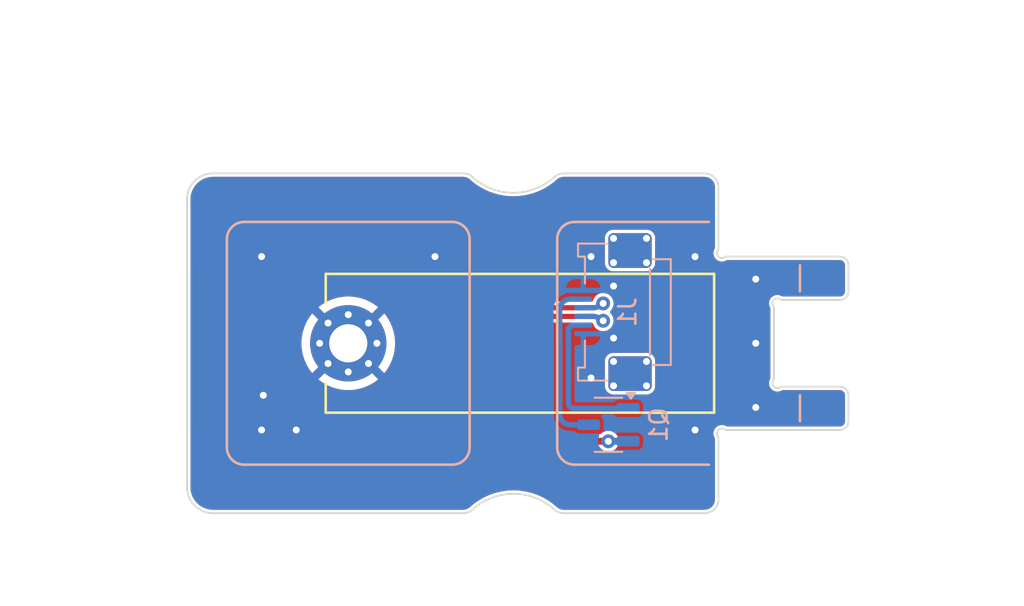
<source format=kicad_pcb>
(kicad_pcb (version 20240108) (generator "pcbnew") (generator_version "8.0")
  (title_block (title "Marten 22 OLED Module") (date "2024-10-06") (rev "1"))
  (layers (0 "F.Cu" signal) (31 "B.Cu" signal) (34 "B.Paste" user) (35 "F.Paste" user) (36 "B.SilkS" user "B.Silkscreen") (37 "F.SilkS" user "F.Silkscreen") (38 "B.Mask" user) (39 "F.Mask" user) (44 "Edge.Cuts" user))
  (net 0 "")
  (net 1 "GND")
  (net 2 "VDD")
  (net 3 "/SCL")
  (net 4 "/SDA")
  (net 5 "/EN")
  (net 6 "Net-(Q1-S)")
  (footprint "MountingHole:MountingHole_2.2mm_M2_Pad_Via" (layer "F.Cu") (at 100 100)
    (property "Reference" "H1" (hide yes))
    (property "Value" "MountingHole")
    (pad "1" thru_hole circle (at -1.65 0) (size 0.7 0.7) (drill 0.4) (layers "*.Cu" "*.Mask") (net 1 "GND"))
    (pad "1" thru_hole circle (at -1.166726 -1.166726) (size 0.7 0.7) (drill 0.4) (layers "*.Cu" "*.Mask") (net 1 "GND"))
    (pad "1" thru_hole circle (at -1.166726 1.166726) (size 0.7 0.7) (drill 0.4) (layers "*.Cu" "*.Mask") (net 1 "GND"))
    (pad "1" thru_hole circle (at 0 -1.65) (size 0.7 0.7) (drill 0.4) (layers "*.Cu" "*.Mask") (net 1 "GND"))
    (pad "1" thru_hole circle (at 0 0) (size 4.4 4.4) (drill 2.2) (layers "*.Cu" "*.Mask") (net 1 "GND"))
    (pad "1" thru_hole circle (at 0 1.65) (size 0.7 0.7) (drill 0.4) (layers "*.Cu" "*.Mask") (net 1 "GND"))
    (pad "1" thru_hole circle (at 1.166726 -1.166726) (size 0.7 0.7) (drill 0.4) (layers "*.Cu" "*.Mask") (net 1 "GND"))
    (pad "1" thru_hole circle (at 1.166726 1.166726) (size 0.7 0.7) (drill 0.4) (layers "*.Cu" "*.Mask") (net 1 "GND"))
    (pad "1" thru_hole circle (at 1.65 0) (size 0.7 0.7) (drill 0.4) (layers "*.Cu" "*.Mask") (net 1 "GND"))
  )
  (footprint "keyboard:SSD1306_Pogo_Pin" (layer "F.Cu") (at 92.35 100)
    (property "Reference" "U1" (hide yes))
    (property "Value" "SSD1306")
    (pad "1" smd circle (at -0.23 3.81) (size 2.08 2.08) (layers "F.Cu" "F.Paste" "F.Mask") (net 1 "GND"))
    (pad "2" smd circle (at -0.23 1.27) (size 2.08 2.08) (layers "F.Cu" "F.Paste" "F.Mask") (net 6 "Net-(Q1-S)"))
    (pad "3" smd circle (at -0.23 -1.27) (size 2.08 2.08) (layers "F.Cu" "F.Paste" "F.Mask") (net 3 "/SCL"))
    (pad "4" smd circle (at -0.23 -3.81) (size 2.08 2.08) (layers "F.Cu" "F.Paste" "F.Mask") (net 4 "/SDA"))
  )
  (footprint "Package_TO_SOT_SMD:SOT-23-3" (layer "B.Cu") (at 115 104.7 180)
    (property "Reference" "Q1" (at -2.9 0 90) (layer "B.SilkS") (effects (justify mirror)))
    (property "Value" "AO3413")
    (fp_line (start 0.8 1.56) (end 0 1.56) (stroke (width 0.12)) (layer "B.SilkS"))
    (fp_line (start 0.8 -1.56) (end 0 -1.56) (stroke (width 0.12)) (layer "B.SilkS"))
    (fp_line (start -0.8 1.56) (end 0 1.56) (stroke (width 0.12)) (layer "B.SilkS"))
    (fp_line (start -0.8 -1.56) (end 0 -1.56) (stroke (width 0.12)) (layer "B.SilkS"))
    (fp_poly (pts (xy -1.3 1.51) (xy -1.54 1.84) (xy -1.06 1.84) (xy -1.3 1.51)) (stroke (width 0.12)) (fill solid) (layer "B.SilkS"))
    (pad "1" smd roundrect (at -1.1375 0.95 180) (size 1.325 0.6) (layers "B.Cu" "B.Paste" "B.Mask") (net 5 "/EN"))
    (pad "2" smd roundrect (at -1.1375 -0.95 180) (size 1.325 0.6) (layers "B.Cu" "B.Paste" "B.Mask") (net 6 "Net-(Q1-S)"))
    (pad "3" smd roundrect (at 1.1375 0 180) (size 1.325 0.6) (layers "B.Cu" "B.Paste" "B.Mask") (net 2 "VDD"))
  )
  (footprint "keyboard:Molex_5051100692_1x06_P0.5mm_Anchor_2" (layer "B.Cu") (at 115.55 98.2 -90)
    (property "Reference" "J1" (at 0 -0.55 -90) (layer "B.SilkS") (effects (justify mirror)))
    (property "Value" "Molex-50511")
    (fp_line (start -3.2 2.3) (end -3.95 2.3) (stroke (width 0.12)) (layer "B.SilkS"))
    (fp_line (start 3.2 2.3) (end 3.95 2.3) (stroke (width 0.12)) (layer "B.SilkS"))
    (fp_line (start -3.2 1.9) (end -3.2 2.3) (stroke (width 0.12)) (layer "B.SilkS"))
    (fp_line (start -1.65 1.9) (end -3.2 1.9) (stroke (width 0.12)) (layer "B.SilkS"))
    (fp_line (start 1.65 1.9) (end 3.2 1.9) (stroke (width 0.12)) (layer "B.SilkS"))
    (fp_line (start 3.2 1.9) (end 3.2 2.3) (stroke (width 0.12)) (layer "B.SilkS"))
    (fp_line (start -3.95 0.6) (end -3.95 2.3) (stroke (width 0.12)) (layer "B.SilkS"))
    (fp_line (start 3.95 0.6) (end 3.95 2.3) (stroke (width 0.12)) (layer "B.SilkS"))
    (fp_line (start 2.5 -1.85) (end -2.5 -1.85) (stroke (width 0.12)) (layer "B.SilkS"))
    (fp_line (start -3.05 -2) (end -3.05 -3.05) (stroke (width 0.12)) (layer "B.SilkS"))
    (fp_line (start 3.05 -2) (end 3.05 -3.05) (stroke (width 0.12)) (layer "B.SilkS"))
    (fp_line (start -3.05 -3.05) (end 3.05 -3.05) (stroke (width 0.12)) (layer "B.SilkS"))
    (pad "1" smd roundrect (at -1.25 2 270) (size 0.3 1) (layers "B.Cu" "B.Paste" "B.Mask") (net 1 "GND"))
    (pad "2" smd roundrect (at -0.75 2 270) (size 0.3 1) (layers "B.Cu" "B.Paste" "B.Mask") (net 2 "VDD"))
    (pad "3" smd roundrect (at -0.25 2 270) (size 0.3 1) (layers "B.Cu" "B.Paste" "B.Mask") (net 4 "/SDA"))
    (pad "4" smd roundrect (at 0.25 2 270) (size 0.3 1) (layers "B.Cu" "B.Paste" "B.Mask") (net 3 "/SCL"))
    (pad "5" smd roundrect (at 0.75 2 270) (size 0.3 1) (layers "B.Cu" "B.Paste" "B.Mask") (net 5 "/EN"))
    (pad "6" smd roundrect (at 1.25 2 270) (size 0.3 1) (layers "B.Cu" "B.Paste" "B.Mask") (net 1 "GND"))
    (pad "MP" thru_hole circle (at -4.25 -1.65 270) (size 0.6 0.6) (drill 0.4) (layers "*.Cu"))
    (pad "MP" thru_hole circle (at -4.25 0.25 270) (size 0.6 0.6) (drill 0.4) (layers "*.Cu"))
    (pad "MP" smd roundrect (at -3.55 -0.7 270) (size 2 2.5) (layers "F.Cu") (roundrect_rratio 0.15))
    (pad "MP" smd roundrect (at -3.55 -0.7 270) (size 2 2.5) (layers "B.Cu") (roundrect_rratio 0.15))
    (pad "MP" thru_hole circle (at -2.85 -1.65 270) (size 0.6 0.6) (drill 0.4) (layers "*.Cu"))
    (pad "MP" thru_hole circle (at -2.85 0.25 270) (size 0.6 0.6) (drill 0.4) (layers "*.Cu"))
    (pad "MP" thru_hole circle (at 2.85 -1.65 270) (size 0.6 0.6) (drill 0.4) (layers "*.Cu"))
    (pad "MP" thru_hole circle (at 2.85 0.25 270) (size 0.6 0.6) (drill 0.4) (layers "*.Cu"))
    (pad "MP" smd roundrect (at 3.55 -0.7 270) (size 2 2.5) (layers "F.Cu") (roundrect_rratio 0.15))
    (pad "MP" smd roundrect (at 3.55 -0.7 270) (size 2 2.5) (layers "B.Cu") (roundrect_rratio 0.15))
    (pad "MP" thru_hole circle (at 4.25 -1.65 270) (size 0.6 0.6) (drill 0.4) (layers "*.Cu"))
    (pad "MP" thru_hole circle (at 4.25 0.25 270) (size 0.6 0.6) (drill 0.4) (layers "*.Cu"))
  )
  (gr_line (start 112.05 94) (end 112.05 106) (stroke (width 0.15)) (layer "B.SilkS"))
  (gr_line (start 107 94) (end 107 106) (stroke (width 0.15)) (layer "B.SilkS"))
  (gr_arc (start 107 106) (mid 106.707107 106.707107) (end 106 107) (stroke (width 0.15)) (layer "B.SilkS"))
  (gr_line (start 94 107) (end 106 107) (stroke (width 0.15)) (layer "B.SilkS"))
  (gr_arc (start 94 107) (mid 93.292893 106.707107) (end 93 106) (stroke (width 0.15)) (layer "B.SilkS"))
  (gr_line (start 93 94) (end 93 106) (stroke (width 0.15)) (layer "B.SilkS"))
  (gr_line (start 120.8 93) (end 113.05 93) (stroke (width 0.15)) (layer "B.SilkS"))
  (gr_arc (start 112.05 94) (mid 112.342893 93.292893) (end 113.05 93) (stroke (width 0.15)) (layer "B.SilkS"))
  (gr_arc (start 106 93) (mid 106.707107 93.292893) (end 107 94) (stroke (width 0.15)) (layer "B.SilkS"))
  (gr_line (start 126.05 95.5) (end 126.05 97) (stroke (width 0.15)) (layer "B.SilkS"))
  (gr_arc (start 113.05 107) (mid 112.342893 106.707107) (end 112.05 106) (stroke (width 0.15)) (layer "B.SilkS"))
  (gr_arc (start 93 94) (mid 93.292893 93.292893) (end 94 93) (stroke (width 0.15)) (layer "B.SilkS"))
  (gr_line (start 126.05 103) (end 126.05 104.5) (stroke (width 0.15)) (layer "B.SilkS"))
  (gr_line (start 120.8 107) (end 113.05 107) (stroke (width 0.15)) (layer "B.SilkS"))
  (gr_line (start 94 93) (end 106 93) (stroke (width 0.15)) (layer "B.SilkS"))
  (gr_line (start 98.7 102.3) (end 98.7 104) (stroke (width 0.15)) (layer "F.SilkS"))
  (gr_line (start 98.7 96) (end 98.7 97.7) (stroke (width 0.15)) (layer "F.SilkS"))
  (gr_line (start 121.1 104) (end 121.1 96) (stroke (width 0.15)) (layer "F.SilkS"))
  (gr_line (start 98.7 104) (end 121.1 104) (stroke (width 0.15)) (layer "F.SilkS"))
  (gr_line (start 98.7 96) (end 121.1 96) (stroke (width 0.15)) (layer "F.SilkS"))
  (gr_line (start 106.625 90.2) (end 92.2 90.2) (stroke (width 0.1)) (layer "Edge.Cuts"))
  (gr_line (start 112.425 90.2) (end 120.55 90.2) (stroke (width 0.1)) (layer "Edge.Cuts"))
  (gr_arc (start 124.516411 97.864059) (mid 124.54816 97.498159) (end 124.914061 97.466412) (stroke (width 0.1)) (layer "Edge.Cuts"))
  (gr_line (start 121.35 109) (end 121.35 105.475) (stroke (width 0.1)) (layer "Edge.Cuts"))
  (gr_arc (start 128.85 104.5) (mid 128.703553 104.853553) (end 128.35 105) (stroke (width 0.1)) (layer "Edge.Cuts"))
  (gr_arc (start 121.31641 105.36406) (mid 121.341417 105.417043) (end 121.35 105.475) (stroke (width 0.1)) (layer "Edge.Cuts"))
  (gr_arc (start 120.55 90.2) (mid 121.115685 90.434315) (end 121.35 91) (stroke (width 0.1)) (layer "Edge.Cuts"))
  (gr_arc (start 121.35 109) (mid 121.115685 109.565685) (end 120.55 109.8) (stroke (width 0.1)) (layer "Edge.Cuts"))
  (gr_arc (start 124.55 102.025) (mid 124.541418 102.082957) (end 124.51641 102.13594) (stroke (width 0.1)) (layer "Edge.Cuts"))
  (gr_line (start 128.35 102.5) (end 125.025 102.5) (stroke (width 0.1)) (layer "Edge.Cuts"))
  (gr_arc (start 106.625 90.2) (mid 106.931147 90.260896) (end 107.190685 90.434315) (stroke (width 0.1)) (layer "Edge.Cuts"))
  (gr_line (start 121.35 91) (end 121.35 94.525) (stroke (width 0.1)) (layer "Edge.Cuts"))
  (gr_arc (start 124.91406 102.53359) (mid 124.967043 102.508582) (end 125.025 102.5) (stroke (width 0.1)) (layer "Edge.Cuts"))
  (gr_line (start 128.85 95.5) (end 128.85 97) (stroke (width 0.1)) (layer "Edge.Cuts"))
  (gr_line (start 106.625 109.8) (end 92.2 109.8) (stroke (width 0.1)) (layer "Edge.Cuts"))
  (gr_arc (start 128.35 95) (mid 128.703553 95.146447) (end 128.85 95.5) (stroke (width 0.1)) (layer "Edge.Cuts"))
  (gr_arc (start 92.2 109.8) (mid 91.13934 109.36066) (end 90.7 108.3) (stroke (width 0.1)) (layer "Edge.Cuts"))
  (gr_arc (start 125.025 97.5) (mid 124.967043 97.491418) (end 124.91406 97.46641) (stroke (width 0.1)) (layer "Edge.Cuts"))
  (gr_arc (start 121.316411 105.364059) (mid 121.34816 104.998159) (end 121.714061 104.966412) (stroke (width 0.1)) (layer "Edge.Cuts"))
  (gr_arc (start 107.190684 109.565686) (mid 109.524999 108.68025) (end 111.859315 109.565685) (stroke (width 0.1)) (layer "Edge.Cuts"))
  (gr_arc (start 128.85 97) (mid 128.703553 97.353553) (end 128.35 97.5) (stroke (width 0.1)) (layer "Edge.Cuts"))
  (gr_arc (start 107.190685 109.565685) (mid 106.931147 109.739103) (end 106.625 109.8) (stroke (width 0.1)) (layer "Edge.Cuts"))
  (gr_line (start 128.35 97.5) (end 125.025 97.5) (stroke (width 0.1)) (layer "Edge.Cuts"))
  (gr_arc (start 124.51641 97.86406) (mid 124.541418 97.917043) (end 124.55 97.975) (stroke (width 0.1)) (layer "Edge.Cuts"))
  (gr_arc (start 121.714059 95.033589) (mid 121.348159 95.00184) (end 121.316412 94.635939) (stroke (width 0.1)) (layer "Edge.Cuts"))
  (gr_line (start 128.85 103) (end 128.85 104.5) (stroke (width 0.1)) (layer "Edge.Cuts"))
  (gr_line (start 90.7 108.3) (end 90.7 91.7) (stroke (width 0.1)) (layer "Edge.Cuts"))
  (gr_arc (start 111.859315 90.434315) (mid 112.118853 90.260897) (end 112.425 90.2) (stroke (width 0.1)) (layer "Edge.Cuts"))
  (gr_arc (start 90.7 91.7) (mid 91.13934 90.63934) (end 92.2 90.2) (stroke (width 0.1)) (layer "Edge.Cuts"))
  (gr_line (start 112.425 109.8) (end 120.55 109.8) (stroke (width 0.1)) (layer "Edge.Cuts"))
  (gr_arc (start 121.35 94.525) (mid 121.341418 94.582957) (end 121.31641 94.63594) (stroke (width 0.1)) (layer "Edge.Cuts"))
  (gr_arc (start 124.914059 102.533589) (mid 124.548159 102.50184) (end 124.516412 102.135939) (stroke (width 0.1)) (layer "Edge.Cuts"))
  (gr_arc (start 128.35 102.5) (mid 128.703553 102.646447) (end 128.85 103) (stroke (width 0.1)) (layer "Edge.Cuts"))
  (gr_arc (start 112.425 109.8) (mid 112.118853 109.739104) (end 111.859315 109.565685) (stroke (width 0.1)) (layer "Edge.Cuts"))
  (gr_arc (start 121.825 105) (mid 121.767043 104.991418) (end 121.71406 104.96641) (stroke (width 0.1)) (layer "Edge.Cuts"))
  (gr_line (start 121.825 95) (end 128.35 95) (stroke (width 0.1)) (layer "Edge.Cuts"))
  (gr_arc (start 111.859315 90.434315) (mid 109.524999 91.31975) (end 107.190684 90.434314) (stroke (width 0.1)) (layer "Edge.Cuts"))
  (gr_arc (start 121.71406 95.03359) (mid 121.767043 95.008582) (end 121.825 95) (stroke (width 0.1)) (layer "Edge.Cuts"))
  (gr_line (start 124.55 97.975) (end 124.55 102.025) (stroke (width 0.1)) (layer "Edge.Cuts"))
  (gr_line (start 121.825 105) (end 128.35 105) (stroke (width 0.1)) (layer "Edge.Cuts"))
  (via (at 123.5 96.3) (size 0.8) (drill 0.4) (layers "F.Cu" "B.Cu") (net 1))
  (via (at 120 105) (size 0.8) (drill 0.4) (layers "F.Cu" "B.Cu") (net 1))
  (via (at 95 105) (size 0.8) (drill 0.4) (layers "F.Cu" "B.Cu") (net 1))
  (via (at 95 95) (size 0.8) (drill 0.4) (layers "F.Cu" "B.Cu") (net 1))
  (via (at 115.3 99.7) (size 0.8) (drill 0.4) (layers "F.Cu" "B.Cu") (net 1))
  (via (at 123.5 100) (size 0.8) (drill 0.4) (layers "F.Cu" "B.Cu") (net 1))
  (via (at 114 95) (size 0.8) (drill 0.4) (layers "F.Cu" "B.Cu") (net 1))
  (via (at 97 105) (size 0.8) (drill 0.4) (layers "F.Cu" "B.Cu") (net 1))
  (via (at 114 102) (size 0.8) (drill 0.4) (layers "F.Cu" "B.Cu") (net 1))
  (via (at 95.1 103) (size 0.8) (drill 0.4) (layers "F.Cu" "B.Cu") (net 1))
  (via (at 115.3 96.7) (size 0.8) (drill 0.4) (layers "F.Cu" "B.Cu") (net 1))
  (via (at 123.5 103.7) (size 0.8) (drill 0.4) (layers "F.Cu" "B.Cu") (net 1))
  (via (at 105 95) (size 0.8) (drill 0.4) (layers "F.Cu" "B.Cu") (net 1))
  (via (at 120 95) (size 0.8) (drill 0.4) (layers "F.Cu" "B.Cu") (net 1))
  (segment (start 112.8 104.7) (end 113.8625 104.7) (width 0.3) (layer "B.Cu") (net 2))
  (segment (start 112.2 98.05) (end 112.195919 98.054081) (width 0.3) (layer "B.Cu") (net 2))
  (segment (start 113.55 97.45) (end 112.8 97.45) (width 0.3) (layer "B.Cu") (net 2))
  (segment (start 112.2 99.85) (end 112.2 104.1) (width 0.3) (layer "B.Cu") (net 2))
  (segment (start 112.195919 99.845919) (end 112.2 99.85) (width 0.3) (layer "B.Cu") (net 2))
  (segment (start 112.195919 98.054081) (end 112.195919 99.845919) (width 0.3) (layer "B.Cu") (net 2))
  (arc (start 112.8 97.45) (mid 112.375736 97.625736) (end 112.2 98.05) (width 0.3) (layer "B.Cu") (net 2))
  (arc (start 112.2 104.1) (mid 112.375736 104.524264) (end 112.8 104.7) (width 0.3) (layer "B.Cu") (net 2))
  (segment (start 94.574214 96.69) (end 104.76868 96.69) (width 0.3) (layer "F.Cu") (net 3))
  (segment (start 92.12 98.73) (end 93.867107 96.982893) (width 0.3) (layer "F.Cu") (net 3))
  (segment (start 114.096447 98.45) (end 107.536336 98.45) (width 0.3) (layer "F.Cu") (net 3))
  (segment (start 106.511031 98.025305) (end 105.472262 96.986536) (width 0.3) (layer "F.Cu") (net 3))
  (via (at 114.7 98.7) (size 0.8) (drill 0.4) (layers "F.Cu" "B.Cu") (net 3))
  (arc (start 93.867107 96.982893) (mid 94.19153 96.76612) (end 94.574214 96.69) (width 0.3) (layer "F.Cu") (net 3))
  (arc (start 114.7 98.7) (mid 114.423087 98.514973) (end 114.096447 98.45) (width 0.3) (layer "F.Cu") (net 3))
  (arc (start 106.511031 98.025305) (mid 106.981445 98.339626) (end 107.536336 98.45) (width 0.3) (layer "F.Cu") (net 3))
  (arc (start 104.76868 96.69) (mid 105.151364 96.76612) (end 105.475787 96.982893) (width 0.3) (layer "F.Cu") (net 3))
  (segment (start 113.55 98.45) (end 114.096447 98.45) (width 0.3) (layer "B.Cu") (net 3))
  (arc (start 114.096447 98.45) (mid 114.423087 98.514973) (end 114.7 98.7) (width 0.3) (layer "B.Cu") (net 3))
  (segment (start 91.77 96.19) (end 104.76868 96.19) (width 0.3) (layer "F.Cu") (net 4))
  (segment (start 106.864303 97.657107) (end 105.83287 96.625674) (width 0.3) (layer "F.Cu") (net 4))
  (segment (start 114.096447 97.95) (end 107.57141 97.95) (width 0.3) (layer "F.Cu") (net 4))
  (via (at 114.7 97.7) (size 0.8) (drill 0.4) (layers "F.Cu" "B.Cu") (net 4))
  (arc (start 107.57141 97.95) (mid 107.188727 97.87388) (end 106.864303 97.657107) (width 0.3) (layer "F.Cu") (net 4))
  (arc (start 105.82934 96.62934) (mid 105.342705 96.304181) (end 104.76868 96.19) (width 0.3) (layer "F.Cu") (net 4))
  (arc (start 114.7 97.7) (mid 114.423087 97.885028) (end 114.096447 97.95) (width 0.3) (layer "F.Cu") (net 4))
  (segment (start 113.55 97.95) (end 114.096447 97.95) (width 0.3) (layer "B.Cu") (net 4))
  (arc (start 114.096447 97.95) (mid 114.423087 97.885028) (end 114.7 97.7) (width 0.3) (layer "B.Cu") (net 4))
  (segment (start 112.748116 99.081696) (end 112.7 99.129812) (width 0.3) (layer "B.Cu") (net 5))
  (segment (start 113.55 98.95) (end 113 98.95) (width 0.3) (layer "B.Cu") (net 5))
  (segment (start 113 103.75) (end 116.1375 103.75) (width 0.3) (layer "B.Cu") (net 5))
  (segment (start 112.7 99.129812) (end 112.7 103.45) (width 0.3) (layer "B.Cu") (net 5))
  (arc (start 112.7 103.45) (mid 112.787868 103.662132) (end 113 103.75) (width 0.3) (layer "B.Cu") (net 5))
  (arc (start 113 98.95) (mid 112.858581 98.985424) (end 112.748116 99.081696) (width 0.3) (layer "B.Cu") (net 5))
  (segment (start 99.764214 105.65) (end 115 105.65) (width 0.4) (layer "F.Cu") (net 6))
  (segment (start 94.654106 101.271744) (end 94.652362 101.27) (width 0.4) (layer "F.Cu") (net 6))
  (segment (start 94.652362 101.27) (end 92.12 101.27) (width 0.4) (layer "F.Cu") (net 6))
  (segment (start 92.171744 101.271744) (end 92.17 101.27) (width 0.4) (layer "F.Cu") (net 6))
  (segment (start 94.654106 101.271744) (end 92.171744 101.271744) (width 0.4) (layer "F.Cu") (net 6))
  (segment (start 95.262893 101.562893) (end 99.057107 105.357107) (width 0.4) (layer "F.Cu") (net 6))
  (via (at 115 105.65) (size 0.8) (drill 0.4) (layers "F.Cu" "B.Cu") (net 6))
  (arc (start 99.057107 105.357107) (mid 99.38153 105.57388) (end 99.764214 105.65) (width 0.4) (layer "F.Cu") (net 6))
  (arc (start 94.654106 101.271744) (mid 94.98334 101.366014) (end 95.262893 101.562893) (width 0.4) (layer "F.Cu") (net 6))
  (segment (start 116.1375 105.65) (end 115 105.65) (width 0.4) (layer "B.Cu") (net 6))
  (zone (net 0) (net_name "") (layer "F.Cu") (connect_pads (clearance 0)) (min_thickness 0.25)
    (keepout (tracks allowed) (vias allowed) (pads allowed) (copperpour not_allowed) (footprints allowed))
    (fill (thermal_gap 0.5) (thermal_bridge_width 0.5))
    (polygon (pts (xy 90.8 102.5) (xy 91.6 102.5) (xy 90.8 103.3)))
  )
  (zone (net 1) (net_name "GND") (layers "F&B.Cu") (connect_pads (clearance 0)) (min_thickness 0.25) (fill yes (thermal_gap 0.5) (thermal_bridge_width 0.5))
    (polygon (pts (xy 89.75 88.2) (xy 129 88.2) (xy 129 111.8) (xy 89.75 111.8)))
  )
)
</source>
